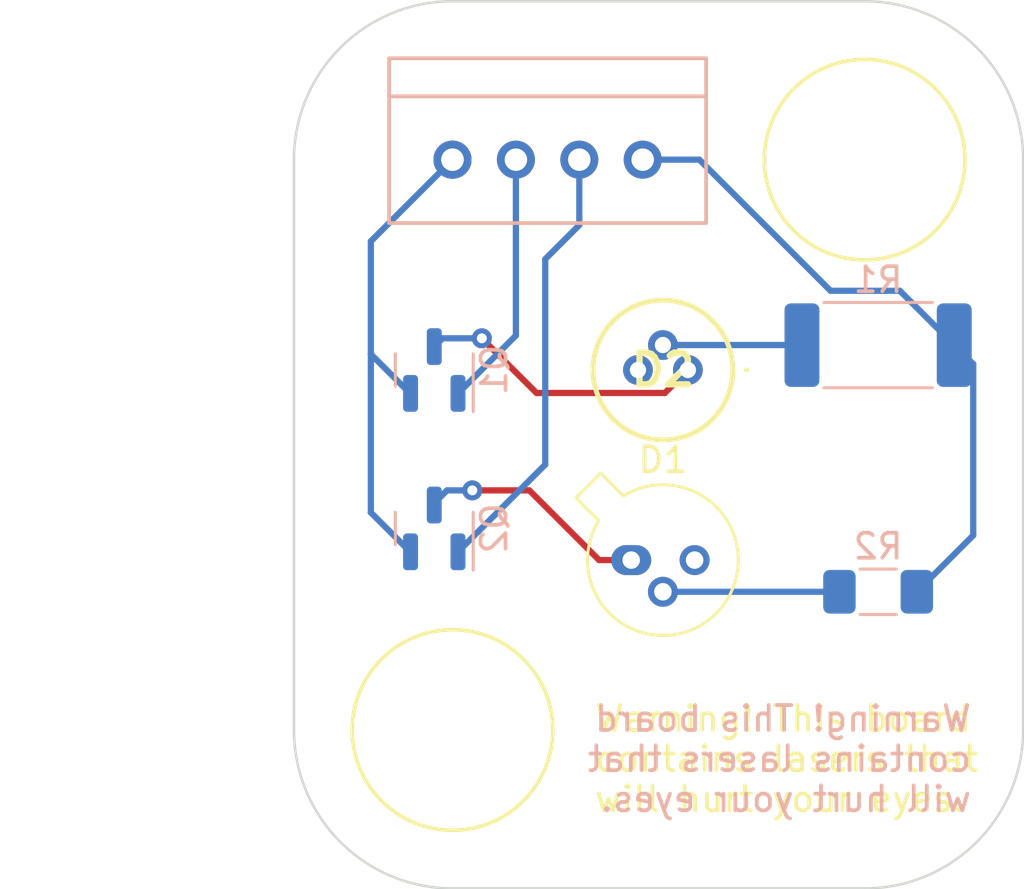
<source format=kicad_pcb>
(kicad_pcb (version 20221018) (generator pcbnew)
  (layers (0 "F.Cu" signal) (31 "B.Cu" signal) (34 "B.Paste" user) (35 "F.Paste" user) (36 "B.SilkS" user "B.Silkscreen") (37 "F.SilkS" user "F.Silkscreen") (38 "B.Mask" user) (39 "F.Mask" user) (44 "Edge.Cuts" user))
  (net 0 "")
  (net 1 "+12V")
  (net 2 "Red_LED")
  (net 3 "Green_LED")
  (net 4 "GND")
  (net 5 "Net-(D2-K)")
  (net 6 "Net-(D2-A)")
  (net 7 "Net-(D1-K)")
  (net 8 "Net-(D1-A)")
  (footprint "Package_TO_SOT_THT:TO-18-3" (layer "F.Cu") (at 43.44924 52.07)
    (fp_text reference "D1" (at 1.27 -4.02) (layer "F.SilkS"))
    (fp_text value "785nm Laser Diode")
    (fp_line (start -2.214448 -2.494499) (end -1.302281 -1.582331) (stroke (width 0.12)) (layer "F.SilkS"))
    (fp_line (start -1.224499 -3.484448) (end -2.214448 -2.494499) (stroke (width 0.12)) (layer "F.SilkS"))
    (fp_line (start -0.312331 -2.572281) (end -1.224499 -3.484448) (stroke (width 0.12)) (layer "F.SilkS"))
    (fp_arc (start -0.312331 -2.572281) (mid 3.405374 2.135551) (end -1.30215 -1.582544) (stroke (width 0.12)) (layer "F.SilkS"))
    (pad "1" thru_hole oval (at 0 0) (size 1.6 1.2) (drill 0.7) (layers "*.Cu" "*.Mask") (net 7 "Net-(D1-K)"))
    (pad "2" thru_hole oval (at 1.27 1.27) (size 1.2 1.2) (drill 0.7) (layers "*.Cu" "*.Mask") (net 8 "Net-(D1-A)"))
    (pad "3" thru_hole oval (at 2.54 0) (size 1.2 1.2) (drill 0.7) (layers "*.Cu" "*.Mask"))
  )
  (footprint "MRDT_Drill_Holes:4_40_Hole" (layer "F.Cu") (at 36.29 58.88)
    (fp_text reference "V2" hide)
    (fp_text value "Via" hide)
    (fp_circle (center 0 0) (end -0.00508 4.01828) (stroke (width 0.15)) (fill none) (layer "F.SilkS"))
    (pad "" np_thru_hole circle (at 0 0) (size 2.9464 2.9464) (drill 2.9464) (layers "*.Cu" "*.Mask") (clearance 2.5))
  )
  (footprint "MRDT_Drill_Holes:4_40_Hole" (layer "F.Cu") (at 52.8 36.02)
    (fp_text reference "V1" hide)
    (fp_text value "Via" hide)
    (fp_circle (center 0 0) (end -0.00508 4.01828) (stroke (width 0.15)) (fill none) (layer "F.SilkS"))
    (pad "" np_thru_hole circle (at 0 0) (size 2.9464 2.9464) (drill 2.9464) (layers "*.Cu" "*.Mask") (clearance 2.5))
  )
  (footprint "RamanDiodes:PLT5520B - 520nm" (layer "F.Cu") (at 45.72 44.45 180)
    (fp_text reference "D2" (at 1 0) (layer "F.SilkS") (effects (font (size 1.27 1.27) (thickness 0.254))))
    (fp_text value "520nm Laser Diode" hide)
    (fp_line (start -2.4 0) (end -2.4 0) (stroke (width 0.1)) (layer "F.SilkS"))
    (fp_line (start -2.3 0) (end -2.3 0) (stroke (width 0.1)) (layer "F.SilkS"))
    (fp_line (start -1.8 0) (end -1.8 0) (stroke (width 0.2)) (layer "F.SilkS"))
    (fp_line (start 3.8 0) (end 3.8 0) (stroke (width 0.2)) (layer "F.SilkS"))
    (fp_arc (start -2.4 0) (mid -2.35 -0.05) (end -2.3 0) (stroke (width 0.1)) (layer "F.SilkS"))
    (fp_arc (start -2.3 0) (mid -2.35 0.05) (end -2.4 0) (stroke (width 0.1)) (layer "F.SilkS"))
    (fp_arc (start -1.8 0) (mid 1 -2.8) (end 3.8 0) (stroke (width 0.2)) (layer "F.SilkS"))
    (fp_arc (start 3.8 0) (mid 1 2.8) (end -1.8 0) (stroke (width 0.2)) (layer "F.SilkS"))
    (pad "1" thru_hole circle (at 0 0 180) (size 1.192 1.192) (drill 0.65) (layers "*.Cu" "*.Mask") (net 5 "Net-(D2-K)"))
    (pad "2" thru_hole circle (at 1 1 180) (size 1.192 1.192) (drill 0.65) (layers "*.Cu" "*.Mask") (net 6 "Net-(D2-A)"))
    (pad "3" thru_hole circle (at 2 0 180) (size 1.192 1.192) (drill 0.65) (layers "*.Cu" "*.Mask"))
  )
  (footprint "Resistor_SMD:R_2512_6332Metric_Pad1.40x3.35mm_HandSolder" (layer "B.Cu") (at 53.34 43.45432 180)
    (fp_text reference "R1" (at 0 2.62) (layer "B.SilkS") (effects (justify mirror)))
    (fp_text value "33")
    (fp_line (start -2.177064 -1.71) (end 2.177064 -1.71) (stroke (width 0.12)) (layer "B.SilkS"))
    (fp_line (start -2.177064 1.71) (end 2.177064 1.71) (stroke (width 0.12)) (layer "B.SilkS"))
    (pad "1" smd roundrect (at -3.05 0 180) (size 1.4 3.35) (layers "B.Cu" "B.Paste" "B.Mask") (roundrect_rratio 0.178571) (net 1 "+12V"))
    (pad "2" smd roundrect (at 3.05 0 180) (size 1.4 3.35) (layers "B.Cu" "B.Paste" "B.Mask") (roundrect_rratio 0.178571) (net 6 "Net-(D2-A)"))
  )
  (footprint "MRDT_Connectors:MOLEX_SL_04_Vertical" (layer "B.Cu") (at 43.91 36.02 180)
    (fp_text reference "Conn1" hide)
    (fp_text value "Molex_SL_04")
    (fp_line (start -2.54 -2.54) (end -2.54 2.54) (stroke (width 0.15)) (layer "B.SilkS"))
    (fp_line (start -2.54 2.54) (end 10.16 2.54) (stroke (width 0.15)) (layer "B.SilkS"))
    (fp_line (start -2.54 4.064) (end -2.54 2.54) (stroke (width 0.15)) (layer "B.SilkS"))
    (fp_line (start 10.16 -2.54) (end -2.54 -2.54) (stroke (width 0.15)) (layer "B.SilkS"))
    (fp_line (start 10.16 -2.54) (end 10.16 2.54) (stroke (width 0.15)) (layer "B.SilkS"))
    (fp_line (start 10.16 2.54) (end 10.16 4.064) (stroke (width 0.15)) (layer "B.SilkS"))
    (fp_line (start 10.16 4.064) (end -2.54 4.064) (stroke (width 0.15)) (layer "B.SilkS"))
    (pad "1" thru_hole circle (at 0 0 180) (size 1.524 1.524) (drill 0.9) (layers "*.Cu" "*.Mask") (net 1 "+12V"))
    (pad "2" thru_hole circle (at 2.54 0 180) (size 1.524 1.524) (drill 0.9) (layers "*.Cu" "*.Mask") (net 2 "Red_LED"))
    (pad "3" thru_hole circle (at 5.08 0 180) (size 1.524 1.524) (drill 0.9) (layers "*.Cu" "*.Mask") (net 3 "Green_LED"))
    (pad "4" thru_hole circle (at 7.62 0 180) (size 1.524 1.524) (drill 0.9) (layers "*.Cu" "*.Mask") (net 4 "GND"))
    (pad "4" thru_hole circle (at 7.62 0 180) (size 1.524 1.524) (drill 0.9) (layers "*.Cu" "*.Mask") (net 4 "GND"))
  )
  (footprint "Package_TO_SOT_SMD:SOT-23" (layer "B.Cu") (at 35.56 44.45 90)
    (fp_text reference "Q1" (at 0 2.4 90) (layer "B.SilkS") (effects (justify mirror)))
    (fp_text value "BSS138")
    (fp_line (start 0 -1.56) (end -0.65 -1.56) (stroke (width 0.12)) (layer "B.SilkS"))
    (fp_line (start 0 -1.56) (end 0.65 -1.56) (stroke (width 0.12)) (layer "B.SilkS"))
    (fp_line (start 0 1.56) (end -1.675 1.56) (stroke (width 0.12)) (layer "B.SilkS"))
    (fp_line (start 0 1.56) (end 0.65 1.56) (stroke (width 0.12)) (layer "B.SilkS"))
    (pad "1" smd roundrect (at -0.9375 0.95 90) (size 1.475 0.6) (layers "B.Cu" "B.Paste" "B.Mask") (net 3 "Green_LED"))
    (pad "2" smd roundrect (at -0.9375 -0.95 90) (size 1.475 0.6) (layers "B.Cu" "B.Paste" "B.Mask") (net 4 "GND"))
    (pad "3" smd roundrect (at 0.9375 0 90) (size 1.475 0.6) (layers "B.Cu" "B.Paste" "B.Mask") (net 5 "Net-(D2-K)"))
  )
  (footprint "Resistor_SMD:R_1206_3216Metric_Pad1.30x1.75mm_HandSolder" (layer "B.Cu") (at 53.34 53.34 180)
    (fp_text reference "R2" (at 0 1.82) (layer "B.SilkS") (effects (justify mirror)))
    (fp_text value "78.7")
    (fp_line (start -0.727064 -0.91) (end 0.727064 -0.91) (stroke (width 0.12)) (layer "B.SilkS"))
    (fp_line (start -0.727064 0.91) (end 0.727064 0.91) (stroke (width 0.12)) (layer "B.SilkS"))
    (pad "1" smd roundrect (at -1.55 0 180) (size 1.3 1.75) (layers "B.Cu" "B.Paste" "B.Mask") (roundrect_rratio 0.192308) (net 1 "+12V"))
    (pad "2" smd roundrect (at 1.55 0 180) (size 1.3 1.75) (layers "B.Cu" "B.Paste" "B.Mask") (roundrect_rratio 0.192308) (net 8 "Net-(D1-A)"))
  )
  (footprint "Package_TO_SOT_SMD:SOT-23" (layer "B.Cu") (at 35.56 50.8 90)
    (fp_text reference "Q2" (at 0 2.4 90) (layer "B.SilkS") (effects (justify mirror)))
    (fp_text value "BSS138")
    (fp_line (start 0 -1.56) (end -0.65 -1.56) (stroke (width 0.12)) (layer "B.SilkS"))
    (fp_line (start 0 -1.56) (end 0.65 -1.56) (stroke (width 0.12)) (layer "B.SilkS"))
    (fp_line (start 0 1.56) (end -1.675 1.56) (stroke (width 0.12)) (layer "B.SilkS"))
    (fp_line (start 0 1.56) (end 0.65 1.56) (stroke (width 0.12)) (layer "B.SilkS"))
    (pad "1" smd roundrect (at -0.9375 0.95 90) (size 1.475 0.6) (layers "B.Cu" "B.Paste" "B.Mask") (net 2 "Red_LED"))
    (pad "2" smd roundrect (at -0.9375 -0.95 90) (size 1.475 0.6) (layers "B.Cu" "B.Paste" "B.Mask") (net 4 "GND"))
    (pad "3" smd roundrect (at 0.9375 0 90) (size 1.475 0.6) (layers "B.Cu" "B.Paste" "B.Mask") (net 7 "Net-(D1-K)"))
  )
  (gr_arc (start 36.29 65.23) (mid 31.799872 63.370128) (end 29.94 58.88) (stroke (width 0.1)) (layer "Edge.Cuts"))
  (gr_arc (start 29.94 36.02) (mid 31.799872 31.529872) (end 36.29 29.67) (stroke (width 0.1)) (layer "Edge.Cuts"))
  (gr_line (start 29.94 36.02) (end 29.94 58.88) (stroke (width 0.1)) (layer "Edge.Cuts"))
  (gr_line (start 59.15 58.88) (end 59.15 36.02) (stroke (width 0.1)) (layer "Edge.Cuts"))
  (gr_arc (start 52.8 29.67) (mid 57.290128 31.529872) (end 59.15 36.02) (stroke (width 0.1)) (layer "Edge.Cuts"))
  (gr_line (start 36.29 65.23) (end 52.8 65.23) (stroke (width 0.1)) (layer "Edge.Cuts"))
  (gr_arc (start 59.15 58.88) (mid 57.290128 63.370128) (end 52.8 65.23) (stroke (width 0.1)) (layer "Edge.Cuts"))
  (gr_line (start 52.8 29.67) (end 36.29 29.67) (stroke (width 0.1)) (layer "Edge.Cuts"))
  (gr_text "Warning! This board\ncontains lasers that\nwill hurt your eyes." (at 57.15 62.23) (layer "B.SilkS") (effects (font (size 1 1)) (justify left bottom mirror)))
  (gr_text "Warning! This board\ncontains lasers that\nwill hurt your eyes." (at 41.91 62.23) (layer "F.SilkS") (effects (font (size 1 1)) (justify left bottom)))
  (segment (start 56.39 43.45432) (end 57.15 44.21432) (width 0.25) (layer "B.Cu") (net 1))
  (segment (start 57.15 44.21432) (end 57.15 51.08) (width 0.25) (layer "B.Cu") (net 1))
  (segment (start 46.18 36.02) (end 43.91 36.02) (width 0.25) (layer "B.Cu") (net 1))
  (segment (start 56.39 43.45432) (end 54.21068 41.275) (width 0.25) (layer "B.Cu") (net 1))
  (segment (start 57.15 51.08) (end 54.89 53.34) (width 0.25) (layer "B.Cu") (net 1))
  (segment (start 51.435 41.275) (end 46.18 36.02) (width 0.25) (layer "B.Cu") (net 1))
  (segment (start 54.21068 41.275) (end 51.435 41.275) (width 0.25) (layer "B.Cu") (net 1))
  (segment (start 41.37 38.64) (end 40.005 40.005) (width 0.25) (layer "B.Cu") (net 2))
  (segment (start 41.37 36.02) (end 41.37 38.64) (width 0.25) (layer "B.Cu") (net 2))
  (segment (start 40.005 40.005) (end 40.005 48.2425) (width 0.25) (layer "B.Cu") (net 2))
  (segment (start 40.005 48.2425) (end 36.51 51.7375) (width 0.25) (layer "B.Cu") (net 2))
  (segment (start 38.83 36.02) (end 38.83 43.0675) (width 0.25) (layer "B.Cu") (net 3))
  (segment (start 38.83 43.0675) (end 36.51 45.3875) (width 0.25) (layer "B.Cu") (net 3))
  (segment (start 33.02 50.165) (end 34.5925 51.7375) (width 0.25) (layer "B.Cu") (net 4))
  (segment (start 36.29 36.02) (end 33.02 39.29) (width 0.25) (layer "B.Cu") (net 4))
  (segment (start 34.5925 51.7375) (end 34.61 51.7375) (width 0.25) (layer "B.Cu") (net 4))
  (segment (start 33.02 39.29) (end 33.02 43.815) (width 0.25) (layer "B.Cu") (net 4))
  (segment (start 34.5925 45.3875) (end 33.02 43.815) (width 0.25) (layer "B.Cu") (net 4))
  (segment (start 34.61 45.3875) (end 34.5925 45.3875) (width 0.25) (layer "B.Cu") (net 4))
  (segment (start 33.02 43.815) (end 33.02 50.165) (width 0.25) (layer "B.Cu") (net 4))
  (segment (start 37.465 43.18) (end 39.656 45.371) (width 0.25) (layer "F.Cu") (net 5))
  (segment (start 39.656 45.371) (end 44.799 45.371) (width 0.25) (layer "F.Cu") (net 5))
  (segment (start 44.799 45.371) (end 45.72 44.45) (width 0.25) (layer "F.Cu") (net 5))
  (via (at 37.465 43.18) (size 0.8) (drill 0.4) (layers "F.Cu" "B.Cu") (net 5))
  (segment (start 35.8925 43.18) (end 35.56 43.5125) (width 0.25) (layer "B.Cu") (net 5))
  (segment (start 37.465 43.18) (end 35.8925 43.18) (width 0.25) (layer "B.Cu") (net 5))
  (segment (start 50.29 43.45432) (end 50.28568 43.45) (width 0.25) (layer "B.Cu") (net 6))
  (segment (start 50.28568 43.45) (end 44.72 43.45) (width 0.25) (layer "B.Cu") (net 6))
  (segment (start 37.084 49.276) (end 39.37 49.276) (width 0.25) (layer "F.Cu") (net 7))
  (segment (start 39.37 49.276) (end 42.164 52.07) (width 0.25) (layer "F.Cu") (net 7))
  (segment (start 42.164 52.07) (end 43.44924 52.07) (width 0.25) (layer "F.Cu") (net 7))
  (via (at 37.084 49.276) (size 0.8) (drill 0.4) (layers "F.Cu" "B.Cu") (net 7))
  (segment (start 35.56 49.8625) (end 35.56 49.784) (width 0.25) (layer "B.Cu") (net 7))
  (segment (start 35.56 49.784) (end 36.068 49.276) (width 0.25) (layer "B.Cu") (net 7))
  (segment (start 36.068 49.276) (end 37.084 49.276) (width 0.25) (layer "B.Cu") (net 7))
  (segment (start 51.79 53.34) (end 44.71924 53.34) (width 0.25) (layer "B.Cu") (net 8))
)
</source>
